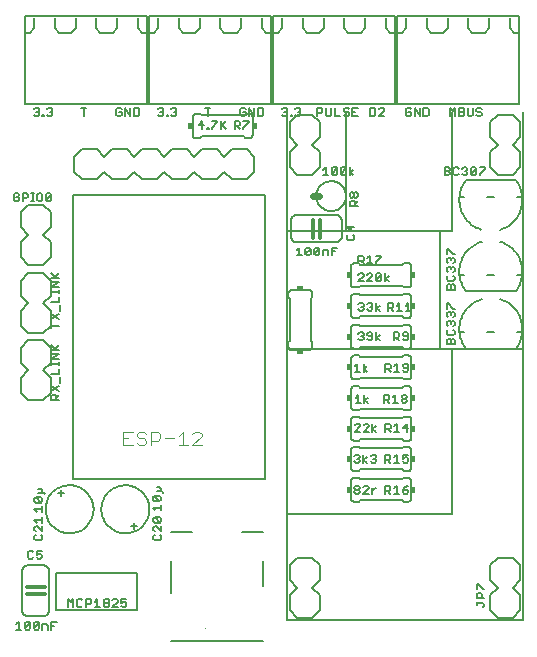
<source format=gto>
G75*
%MOIN*%
%OFA0B0*%
%FSLAX24Y24*%
%IPPOS*%
%LPD*%
%AMOC8*
5,1,8,0,0,1.08239X$1,22.5*
%
%ADD10C,0.0080*%
%ADD11C,0.0060*%
%ADD12C,0.0040*%
%ADD13C,0.0050*%
%ADD14R,0.0150X0.0200*%
%ADD15R,0.0200X0.0150*%
%ADD16C,0.0240*%
%ADD17C,0.0120*%
%ADD18C,0.0080*%
D10*
X001010Y008513D02*
X000760Y008763D01*
X000760Y009263D01*
X001010Y009513D01*
X000760Y009763D01*
X000760Y010263D01*
X001010Y010513D01*
X001510Y010513D01*
X001760Y010263D01*
X001760Y009763D01*
X001510Y009513D01*
X001760Y009263D01*
X001760Y008763D01*
X001510Y008513D01*
X001010Y008513D01*
X001010Y010753D02*
X001510Y010753D01*
X001760Y011003D01*
X001760Y011503D01*
X001510Y011753D01*
X001760Y012003D01*
X001760Y012503D01*
X001510Y012753D01*
X001010Y012753D01*
X000760Y012503D01*
X000760Y012003D01*
X001010Y011753D01*
X000760Y011503D01*
X000760Y011003D01*
X001010Y010753D01*
X001010Y013033D02*
X001510Y013033D01*
X001760Y013283D01*
X001760Y013783D01*
X001510Y014033D01*
X001760Y014283D01*
X001760Y014783D01*
X001510Y015033D01*
X001010Y015033D01*
X000760Y014783D01*
X000760Y014283D01*
X001010Y014033D01*
X000760Y013783D01*
X000760Y013283D01*
X001010Y013033D01*
X000908Y018402D02*
X000908Y021316D01*
X004963Y021316D01*
X004963Y018402D01*
X000908Y018402D01*
X000938Y020774D02*
X001076Y020774D01*
X001213Y020912D01*
X001213Y021257D01*
X001902Y021257D02*
X001902Y020912D01*
X002040Y020774D01*
X002454Y020774D01*
X002591Y020912D01*
X002591Y021257D01*
X003280Y021257D02*
X003280Y020912D01*
X003418Y020774D01*
X003832Y020774D01*
X003969Y020912D01*
X003969Y021257D01*
X004658Y021257D02*
X004658Y020912D01*
X004796Y020774D01*
X004934Y020774D01*
X005072Y020774D02*
X005210Y020774D01*
X005347Y020912D01*
X005347Y021257D01*
X005042Y021316D02*
X009097Y021316D01*
X009097Y018402D01*
X005042Y018402D01*
X005042Y021316D01*
X006036Y021257D02*
X006036Y020912D01*
X006174Y020774D01*
X006587Y020774D01*
X006725Y020912D01*
X006725Y021257D01*
X007414Y021257D02*
X007414Y020912D01*
X007552Y020774D01*
X007965Y020774D01*
X008103Y020912D01*
X008103Y021257D01*
X008792Y021257D02*
X008792Y020912D01*
X008930Y020774D01*
X009068Y020774D01*
X009206Y020774D02*
X009343Y020774D01*
X009481Y020912D01*
X009481Y021257D01*
X009176Y021316D02*
X013231Y021316D01*
X013231Y018402D01*
X009176Y018402D01*
X009176Y021316D01*
X010170Y021257D02*
X010170Y020912D01*
X010308Y020774D01*
X010721Y020774D01*
X010859Y020912D01*
X010859Y021257D01*
X011548Y021257D02*
X011548Y020912D01*
X011686Y020774D01*
X012099Y020774D01*
X012237Y020912D01*
X012237Y021257D01*
X012926Y021257D02*
X012926Y020912D01*
X013064Y020774D01*
X013202Y020774D01*
X013339Y020774D02*
X013477Y020774D01*
X013615Y020912D01*
X013615Y021257D01*
X013310Y021316D02*
X017365Y021316D01*
X017365Y018402D01*
X013310Y018402D01*
X013310Y021316D01*
X014304Y021257D02*
X014304Y020912D01*
X014442Y020774D01*
X014855Y020774D01*
X014993Y020912D01*
X014993Y021257D01*
X015682Y021257D02*
X015682Y020912D01*
X015820Y020774D01*
X016233Y020774D01*
X016371Y020912D01*
X016371Y021257D01*
X017060Y021257D02*
X017060Y020912D01*
X017198Y020774D01*
X017336Y020774D01*
X017508Y018111D02*
X017508Y010237D01*
X015146Y010237D01*
X015146Y004725D01*
X009634Y004725D01*
X009634Y010237D01*
X014752Y010237D01*
X014752Y014174D01*
X011602Y014174D01*
X009634Y014174D01*
X009634Y018111D01*
X009724Y017786D02*
X009974Y018036D01*
X010474Y018036D01*
X010724Y017786D01*
X010724Y017286D01*
X010474Y017036D01*
X010724Y016786D01*
X010724Y016286D01*
X010474Y016036D01*
X009974Y016036D01*
X009724Y016286D01*
X009724Y016786D01*
X009974Y017036D01*
X009724Y017286D01*
X009724Y017786D01*
X011602Y018111D02*
X011602Y014174D01*
X009634Y014174D02*
X009634Y010237D01*
X009634Y004725D02*
X009634Y001182D01*
X017508Y001182D01*
X017508Y010237D01*
X015146Y010237D02*
X014752Y010237D01*
X014752Y014174D02*
X015146Y014174D01*
X015146Y018111D01*
X016417Y017786D02*
X016417Y017286D01*
X016667Y017036D01*
X016417Y016786D01*
X016417Y016286D01*
X016667Y016036D01*
X017167Y016036D01*
X017417Y016286D01*
X017417Y016786D01*
X017167Y017036D01*
X017417Y017286D01*
X017417Y017786D01*
X017167Y018036D01*
X016667Y018036D01*
X016417Y017786D01*
X016667Y003272D02*
X017167Y003272D01*
X017417Y003022D01*
X017417Y002522D01*
X017167Y002272D01*
X017417Y002022D01*
X017417Y001522D01*
X017167Y001272D01*
X016667Y001272D01*
X016417Y001522D01*
X016417Y002022D01*
X016667Y002272D01*
X016417Y002522D01*
X016417Y003022D01*
X016667Y003272D01*
X010724Y003022D02*
X010724Y002522D01*
X010474Y002272D01*
X010724Y002022D01*
X010724Y001522D01*
X010474Y001272D01*
X009974Y001272D01*
X009724Y001522D01*
X009724Y002022D01*
X009974Y002272D01*
X009724Y002522D01*
X009724Y003022D01*
X009974Y003272D01*
X010474Y003272D01*
X010724Y003022D01*
D11*
X000777Y000873D02*
X000604Y000873D01*
X000690Y000873D02*
X000690Y001134D01*
X000604Y001047D01*
X000898Y001090D02*
X000942Y001134D01*
X001028Y001134D01*
X001072Y001090D01*
X000898Y000917D01*
X000942Y000873D01*
X001028Y000873D01*
X001072Y000917D01*
X001072Y001090D01*
X001193Y001090D02*
X001193Y000917D01*
X001366Y001090D01*
X001366Y000917D01*
X001323Y000873D01*
X001236Y000873D01*
X001193Y000917D01*
X001193Y001090D02*
X001236Y001134D01*
X001323Y001134D01*
X001366Y001090D01*
X001488Y001047D02*
X001618Y001047D01*
X001661Y001003D01*
X001661Y000873D01*
X001782Y000873D02*
X001782Y001134D01*
X001956Y001134D01*
X001869Y001003D02*
X001782Y001003D01*
X001488Y001047D02*
X001488Y000873D01*
X001510Y001323D02*
X001010Y001323D01*
X000984Y001325D01*
X000958Y001330D01*
X000933Y001338D01*
X000910Y001350D01*
X000888Y001364D01*
X000869Y001382D01*
X000851Y001401D01*
X000837Y001423D01*
X000825Y001446D01*
X000817Y001471D01*
X000812Y001497D01*
X000810Y001523D01*
X000810Y002823D01*
X000812Y002849D01*
X000817Y002875D01*
X000825Y002900D01*
X000837Y002923D01*
X000851Y002945D01*
X000869Y002964D01*
X000888Y002982D01*
X000910Y002996D01*
X000933Y003008D01*
X000958Y003016D01*
X000984Y003021D01*
X001010Y003023D01*
X001510Y003023D01*
X001536Y003021D01*
X001562Y003016D01*
X001587Y003008D01*
X001610Y002996D01*
X001632Y002982D01*
X001651Y002964D01*
X001669Y002945D01*
X001683Y002923D01*
X001695Y002900D01*
X001703Y002875D01*
X001708Y002849D01*
X001710Y002823D01*
X001710Y001523D01*
X001708Y001497D01*
X001703Y001471D01*
X001695Y001446D01*
X001683Y001423D01*
X001669Y001401D01*
X001651Y001382D01*
X001632Y001364D01*
X001610Y001350D01*
X001587Y001338D01*
X001562Y001330D01*
X001536Y001325D01*
X001510Y001323D01*
X000898Y001090D02*
X000898Y000917D01*
X002347Y001629D02*
X002347Y001890D01*
X002434Y001803D01*
X002521Y001890D01*
X002521Y001629D01*
X002642Y001673D02*
X002642Y001846D01*
X002685Y001890D01*
X002772Y001890D01*
X002816Y001846D01*
X002937Y001890D02*
X002937Y001629D01*
X002937Y001716D02*
X003067Y001716D01*
X003110Y001760D01*
X003110Y001846D01*
X003067Y001890D01*
X002937Y001890D01*
X002816Y001673D02*
X002772Y001629D01*
X002685Y001629D01*
X002642Y001673D01*
X003231Y001629D02*
X003405Y001629D01*
X003318Y001629D02*
X003318Y001890D01*
X003231Y001803D01*
X003526Y001803D02*
X003526Y001846D01*
X003569Y001890D01*
X003656Y001890D01*
X003700Y001846D01*
X003700Y001803D01*
X003656Y001760D01*
X003569Y001760D01*
X003526Y001803D01*
X003569Y001760D02*
X003526Y001716D01*
X003526Y001673D01*
X003569Y001629D01*
X003656Y001629D01*
X003700Y001673D01*
X003700Y001716D01*
X003656Y001760D01*
X003821Y001846D02*
X003864Y001890D01*
X003951Y001890D01*
X003994Y001846D01*
X003994Y001803D01*
X003821Y001629D01*
X003994Y001629D01*
X004115Y001673D02*
X004159Y001629D01*
X004245Y001629D01*
X004289Y001673D01*
X004289Y001760D01*
X004245Y001803D01*
X004202Y001803D01*
X004115Y001760D01*
X004115Y001890D01*
X004289Y001890D01*
X005226Y003850D02*
X005399Y003850D01*
X005443Y003894D01*
X005443Y003980D01*
X005399Y004024D01*
X005443Y004145D02*
X005269Y004318D01*
X005226Y004318D01*
X005182Y004275D01*
X005182Y004188D01*
X005226Y004145D01*
X005226Y004024D02*
X005182Y003980D01*
X005182Y003894D01*
X005226Y003850D01*
X005443Y004145D02*
X005443Y004318D01*
X005399Y004440D02*
X005226Y004613D01*
X005399Y004613D01*
X005443Y004570D01*
X005443Y004483D01*
X005399Y004440D01*
X005226Y004440D01*
X005182Y004483D01*
X005182Y004570D01*
X005226Y004613D01*
X005249Y004854D02*
X005162Y004941D01*
X005423Y004941D01*
X005423Y004854D02*
X005423Y005028D01*
X005379Y005149D02*
X005206Y005322D01*
X005379Y005322D01*
X005423Y005279D01*
X005423Y005192D01*
X005379Y005149D01*
X005206Y005149D01*
X005162Y005192D01*
X005162Y005279D01*
X005206Y005322D01*
X005292Y005487D02*
X005379Y005487D01*
X005466Y005487D01*
X005509Y005444D01*
X005423Y005530D02*
X005423Y005574D01*
X005379Y005617D01*
X005292Y005617D01*
X005379Y005487D02*
X005423Y005530D01*
X004553Y004434D02*
X004553Y004234D01*
X004653Y004334D02*
X004453Y004334D01*
X003453Y004884D02*
X003455Y004940D01*
X003461Y004997D01*
X003471Y005052D01*
X003485Y005107D01*
X003502Y005161D01*
X003524Y005213D01*
X003549Y005263D01*
X003577Y005312D01*
X003609Y005359D01*
X003644Y005403D01*
X003682Y005445D01*
X003723Y005484D01*
X003767Y005519D01*
X003813Y005552D01*
X003861Y005581D01*
X003911Y005607D01*
X003963Y005630D01*
X004017Y005648D01*
X004071Y005663D01*
X004126Y005674D01*
X004182Y005681D01*
X004239Y005684D01*
X004295Y005683D01*
X004352Y005678D01*
X004407Y005669D01*
X004462Y005656D01*
X004516Y005639D01*
X004569Y005619D01*
X004620Y005595D01*
X004669Y005567D01*
X004716Y005536D01*
X004761Y005502D01*
X004804Y005464D01*
X004843Y005424D01*
X004880Y005381D01*
X004913Y005336D01*
X004943Y005288D01*
X004970Y005238D01*
X004993Y005187D01*
X005013Y005134D01*
X005029Y005080D01*
X005041Y005024D01*
X005049Y004969D01*
X005053Y004912D01*
X005053Y004856D01*
X005049Y004799D01*
X005041Y004744D01*
X005029Y004688D01*
X005013Y004634D01*
X004993Y004581D01*
X004970Y004530D01*
X004943Y004480D01*
X004913Y004432D01*
X004880Y004387D01*
X004843Y004344D01*
X004804Y004304D01*
X004761Y004266D01*
X004716Y004232D01*
X004669Y004201D01*
X004620Y004173D01*
X004569Y004149D01*
X004516Y004129D01*
X004462Y004112D01*
X004407Y004099D01*
X004352Y004090D01*
X004295Y004085D01*
X004239Y004084D01*
X004182Y004087D01*
X004126Y004094D01*
X004071Y004105D01*
X004017Y004120D01*
X003963Y004138D01*
X003911Y004161D01*
X003861Y004187D01*
X003813Y004216D01*
X003767Y004249D01*
X003723Y004284D01*
X003682Y004323D01*
X003644Y004365D01*
X003609Y004409D01*
X003577Y004456D01*
X003549Y004505D01*
X003524Y004555D01*
X003502Y004607D01*
X003485Y004661D01*
X003471Y004716D01*
X003461Y004771D01*
X003455Y004828D01*
X003453Y004884D01*
X001593Y004884D02*
X001595Y004940D01*
X001601Y004997D01*
X001611Y005052D01*
X001625Y005107D01*
X001642Y005161D01*
X001664Y005213D01*
X001689Y005263D01*
X001717Y005312D01*
X001749Y005359D01*
X001784Y005403D01*
X001822Y005445D01*
X001863Y005484D01*
X001907Y005519D01*
X001953Y005552D01*
X002001Y005581D01*
X002051Y005607D01*
X002103Y005630D01*
X002157Y005648D01*
X002211Y005663D01*
X002266Y005674D01*
X002322Y005681D01*
X002379Y005684D01*
X002435Y005683D01*
X002492Y005678D01*
X002547Y005669D01*
X002602Y005656D01*
X002656Y005639D01*
X002709Y005619D01*
X002760Y005595D01*
X002809Y005567D01*
X002856Y005536D01*
X002901Y005502D01*
X002944Y005464D01*
X002983Y005424D01*
X003020Y005381D01*
X003053Y005336D01*
X003083Y005288D01*
X003110Y005238D01*
X003133Y005187D01*
X003153Y005134D01*
X003169Y005080D01*
X003181Y005024D01*
X003189Y004969D01*
X003193Y004912D01*
X003193Y004856D01*
X003189Y004799D01*
X003181Y004744D01*
X003169Y004688D01*
X003153Y004634D01*
X003133Y004581D01*
X003110Y004530D01*
X003083Y004480D01*
X003053Y004432D01*
X003020Y004387D01*
X002983Y004344D01*
X002944Y004304D01*
X002901Y004266D01*
X002856Y004232D01*
X002809Y004201D01*
X002760Y004173D01*
X002709Y004149D01*
X002656Y004129D01*
X002602Y004112D01*
X002547Y004099D01*
X002492Y004090D01*
X002435Y004085D01*
X002379Y004084D01*
X002322Y004087D01*
X002266Y004094D01*
X002211Y004105D01*
X002157Y004120D01*
X002103Y004138D01*
X002051Y004161D01*
X002001Y004187D01*
X001953Y004216D01*
X001907Y004249D01*
X001863Y004284D01*
X001822Y004323D01*
X001784Y004365D01*
X001749Y004409D01*
X001717Y004456D01*
X001689Y004505D01*
X001664Y004555D01*
X001642Y004607D01*
X001625Y004661D01*
X001611Y004716D01*
X001601Y004771D01*
X001595Y004828D01*
X001593Y004884D01*
X001483Y004897D02*
X001222Y004897D01*
X001309Y004810D01*
X001483Y004810D02*
X001483Y004984D01*
X001439Y005105D02*
X001266Y005278D01*
X001439Y005278D01*
X001483Y005235D01*
X001483Y005148D01*
X001439Y005105D01*
X001266Y005105D01*
X001222Y005148D01*
X001222Y005235D01*
X001266Y005278D01*
X001352Y005443D02*
X001439Y005443D01*
X001526Y005443D01*
X001569Y005400D01*
X001483Y005486D02*
X001439Y005443D01*
X001483Y005486D02*
X001483Y005530D01*
X001439Y005573D01*
X001352Y005573D01*
X001993Y005434D02*
X002193Y005434D01*
X002093Y005334D02*
X002093Y005534D01*
X001483Y004613D02*
X001483Y004440D01*
X001483Y004526D02*
X001222Y004526D01*
X001309Y004440D01*
X001309Y004318D02*
X001266Y004318D01*
X001222Y004275D01*
X001222Y004188D01*
X001266Y004145D01*
X001266Y004024D02*
X001222Y003980D01*
X001222Y003894D01*
X001266Y003850D01*
X001439Y003850D01*
X001483Y003894D01*
X001483Y003980D01*
X001439Y004024D01*
X001483Y004145D02*
X001309Y004318D01*
X001483Y004318D02*
X001483Y004145D01*
X001466Y003496D02*
X001292Y003496D01*
X001292Y003366D01*
X001379Y003409D01*
X001422Y003409D01*
X001466Y003366D01*
X001466Y003279D01*
X001422Y003236D01*
X001335Y003236D01*
X001292Y003279D01*
X001171Y003279D02*
X001128Y003236D01*
X001041Y003236D01*
X000997Y003279D01*
X000997Y003452D01*
X001041Y003496D01*
X001128Y003496D01*
X001171Y003452D01*
X001770Y008518D02*
X001770Y008649D01*
X001813Y008692D01*
X001900Y008692D01*
X001943Y008649D01*
X001943Y008518D01*
X002030Y008518D02*
X001770Y008518D01*
X001943Y008605D02*
X002030Y008692D01*
X002030Y008813D02*
X001770Y008987D01*
X001770Y008813D02*
X002030Y008987D01*
X002073Y009108D02*
X002073Y009281D01*
X002030Y009402D02*
X002030Y009576D01*
X002030Y009697D02*
X002030Y009784D01*
X002030Y009740D02*
X001770Y009740D01*
X001770Y009697D02*
X001770Y009784D01*
X001770Y009893D02*
X002030Y010067D01*
X001770Y010067D01*
X001770Y010188D02*
X002030Y010188D01*
X001943Y010188D02*
X001770Y010362D01*
X001900Y010231D02*
X002030Y010362D01*
X002030Y009893D02*
X001770Y009893D01*
X001770Y009402D02*
X002030Y009402D01*
X001770Y010918D02*
X001770Y011092D01*
X001770Y011005D02*
X002030Y011005D01*
X002030Y011213D02*
X001770Y011387D01*
X001770Y011213D02*
X002030Y011387D01*
X002073Y011508D02*
X002073Y011681D01*
X002030Y011802D02*
X002030Y011976D01*
X002030Y012097D02*
X002030Y012184D01*
X002030Y012140D02*
X001770Y012140D01*
X001770Y012097D02*
X001770Y012184D01*
X001770Y012293D02*
X002030Y012467D01*
X001770Y012467D01*
X001770Y012588D02*
X002030Y012588D01*
X001943Y012588D02*
X001770Y012762D01*
X001900Y012631D02*
X002030Y012762D01*
X002030Y012293D02*
X001770Y012293D01*
X001770Y011802D02*
X002030Y011802D01*
X001740Y015160D02*
X001653Y015160D01*
X001610Y015203D01*
X001783Y015376D01*
X001783Y015203D01*
X001740Y015160D01*
X001610Y015203D02*
X001610Y015376D01*
X001653Y015420D01*
X001740Y015420D01*
X001783Y015376D01*
X001489Y015376D02*
X001445Y015420D01*
X001358Y015420D01*
X001315Y015376D01*
X001315Y015203D01*
X001358Y015160D01*
X001445Y015160D01*
X001489Y015203D01*
X001489Y015376D01*
X001205Y015420D02*
X001119Y015420D01*
X001162Y015420D02*
X001162Y015160D01*
X001119Y015160D02*
X001205Y015160D01*
X000997Y015290D02*
X000954Y015246D01*
X000824Y015246D01*
X000824Y015160D02*
X000824Y015420D01*
X000954Y015420D01*
X000997Y015376D01*
X000997Y015290D01*
X000703Y015290D02*
X000616Y015290D01*
X000703Y015290D02*
X000703Y015203D01*
X000659Y015160D01*
X000573Y015160D01*
X000529Y015203D01*
X000529Y015376D01*
X000573Y015420D01*
X000659Y015420D01*
X000703Y015376D01*
X002540Y016143D02*
X002540Y016643D01*
X002790Y016893D01*
X003290Y016893D01*
X003540Y016643D01*
X003790Y016893D01*
X004290Y016893D01*
X004540Y016643D01*
X004790Y016893D01*
X005290Y016893D01*
X005540Y016643D01*
X005790Y016893D01*
X006290Y016893D01*
X006540Y016643D01*
X006790Y016893D01*
X007290Y016893D01*
X007540Y016643D01*
X007790Y016893D01*
X008290Y016893D01*
X008540Y016643D01*
X008540Y016143D01*
X008290Y015893D01*
X007790Y015893D01*
X007540Y016143D01*
X007290Y015893D01*
X006790Y015893D01*
X006540Y016143D01*
X006290Y015893D01*
X005790Y015893D01*
X005540Y016143D01*
X005290Y015893D01*
X004790Y015893D01*
X004540Y016143D01*
X004290Y015893D01*
X003790Y015893D01*
X003540Y016143D01*
X003290Y015893D01*
X002790Y015893D01*
X002540Y016143D01*
X002856Y017999D02*
X002856Y018260D01*
X002769Y018260D02*
X002943Y018260D01*
X003950Y018216D02*
X003950Y018043D01*
X003994Y017999D01*
X004080Y017999D01*
X004124Y018043D01*
X004124Y018129D01*
X004037Y018129D01*
X004124Y018216D02*
X004080Y018260D01*
X003994Y018260D01*
X003950Y018216D01*
X004245Y018260D02*
X004245Y017999D01*
X004418Y017999D02*
X004418Y018260D01*
X004539Y018260D02*
X004670Y018260D01*
X004713Y018216D01*
X004713Y018043D01*
X004670Y017999D01*
X004539Y017999D01*
X004539Y018260D01*
X004418Y017999D02*
X004245Y018260D01*
X005328Y018216D02*
X005371Y018260D01*
X005458Y018260D01*
X005502Y018216D01*
X005502Y018173D01*
X005458Y018129D01*
X005502Y018086D01*
X005502Y018043D01*
X005458Y017999D01*
X005371Y017999D01*
X005328Y018043D01*
X005415Y018129D02*
X005458Y018129D01*
X005623Y018043D02*
X005623Y017999D01*
X005666Y017999D01*
X005666Y018043D01*
X005623Y018043D01*
X005770Y018043D02*
X005813Y017999D01*
X005900Y017999D01*
X005944Y018043D01*
X005944Y018086D01*
X005900Y018129D01*
X005857Y018129D01*
X005900Y018129D02*
X005944Y018173D01*
X005944Y018216D01*
X005900Y018260D01*
X005813Y018260D01*
X005770Y018216D01*
X006493Y017964D02*
X006493Y017364D01*
X006495Y017347D01*
X006499Y017330D01*
X006506Y017314D01*
X006516Y017300D01*
X006529Y017287D01*
X006543Y017277D01*
X006559Y017270D01*
X006576Y017266D01*
X006593Y017264D01*
X006743Y017264D01*
X006793Y017314D01*
X008193Y017314D01*
X008243Y017264D01*
X008393Y017264D01*
X008410Y017266D01*
X008427Y017270D01*
X008443Y017277D01*
X008457Y017287D01*
X008470Y017300D01*
X008480Y017314D01*
X008487Y017330D01*
X008491Y017347D01*
X008493Y017364D01*
X008493Y017964D01*
X008552Y017999D02*
X008552Y018260D01*
X008673Y018260D02*
X008803Y018260D01*
X008847Y018216D01*
X008847Y018043D01*
X008803Y017999D01*
X008673Y017999D01*
X008673Y018260D01*
X008552Y017999D02*
X008379Y018260D01*
X008379Y017999D01*
X008393Y018064D02*
X008410Y018062D01*
X008427Y018058D01*
X008443Y018051D01*
X008457Y018041D01*
X008470Y018028D01*
X008480Y018014D01*
X008487Y017998D01*
X008491Y017981D01*
X008493Y017964D01*
X008393Y018064D02*
X008243Y018064D01*
X008193Y018014D01*
X006793Y018014D01*
X006743Y018064D01*
X006593Y018064D01*
X006576Y018062D01*
X006559Y018058D01*
X006543Y018051D01*
X006529Y018041D01*
X006516Y018028D01*
X006506Y018014D01*
X006499Y017998D01*
X006495Y017981D01*
X006493Y017964D01*
X006690Y017693D02*
X006863Y017693D01*
X006820Y017823D02*
X006690Y017693D01*
X006820Y017563D02*
X006820Y017823D01*
X006990Y017999D02*
X006990Y018260D01*
X007076Y018260D02*
X006903Y018260D01*
X007132Y017823D02*
X007305Y017823D01*
X007305Y017780D01*
X007132Y017606D01*
X007132Y017563D01*
X007028Y017563D02*
X007028Y017606D01*
X006985Y017606D01*
X006985Y017563D01*
X007028Y017563D01*
X007427Y017563D02*
X007427Y017823D01*
X007470Y017693D02*
X007600Y017563D01*
X007427Y017649D02*
X007600Y017823D01*
X007890Y017823D02*
X008020Y017823D01*
X008063Y017780D01*
X008063Y017693D01*
X008020Y017649D01*
X007890Y017649D01*
X007890Y017563D02*
X007890Y017823D01*
X007977Y017649D02*
X008063Y017563D01*
X008185Y017563D02*
X008185Y017606D01*
X008358Y017780D01*
X008358Y017823D01*
X008185Y017823D01*
X008214Y017999D02*
X008257Y018043D01*
X008257Y018129D01*
X008171Y018129D01*
X008084Y018043D02*
X008127Y017999D01*
X008214Y017999D01*
X008084Y018043D02*
X008084Y018216D01*
X008127Y018260D01*
X008214Y018260D01*
X008257Y018216D01*
X009462Y018216D02*
X009505Y018260D01*
X009592Y018260D01*
X009635Y018216D01*
X009635Y018173D01*
X009592Y018129D01*
X009635Y018086D01*
X009635Y018043D01*
X009592Y017999D01*
X009505Y017999D01*
X009462Y018043D01*
X009549Y018129D02*
X009592Y018129D01*
X009757Y018043D02*
X009800Y018043D01*
X009800Y017999D01*
X009757Y017999D01*
X009757Y018043D01*
X009904Y018043D02*
X009947Y017999D01*
X010034Y017999D01*
X010077Y018043D01*
X010077Y018086D01*
X010034Y018129D01*
X009991Y018129D01*
X010034Y018129D02*
X010077Y018173D01*
X010077Y018216D01*
X010034Y018260D01*
X009947Y018260D01*
X009904Y018216D01*
X010643Y018260D02*
X010643Y017999D01*
X010643Y018086D02*
X010773Y018086D01*
X010817Y018129D01*
X010817Y018216D01*
X010773Y018260D01*
X010643Y018260D01*
X010938Y018260D02*
X010938Y018043D01*
X010981Y017999D01*
X011068Y017999D01*
X011111Y018043D01*
X011111Y018260D01*
X011232Y018260D02*
X011232Y017999D01*
X011406Y017999D01*
X011527Y018043D02*
X011570Y017999D01*
X011657Y017999D01*
X011701Y018043D01*
X011701Y018086D01*
X011657Y018129D01*
X011570Y018129D01*
X011527Y018173D01*
X011527Y018216D01*
X011570Y018260D01*
X011657Y018260D01*
X011701Y018216D01*
X011822Y018260D02*
X011822Y017999D01*
X011995Y017999D01*
X011908Y018129D02*
X011822Y018129D01*
X011822Y018260D02*
X011995Y018260D01*
X012415Y018260D02*
X012415Y017999D01*
X012545Y017999D01*
X012588Y018043D01*
X012588Y018216D01*
X012545Y018260D01*
X012415Y018260D01*
X012709Y018216D02*
X012753Y018260D01*
X012839Y018260D01*
X012883Y018216D01*
X012883Y018173D01*
X012709Y017999D01*
X012883Y017999D01*
X013596Y018043D02*
X013639Y017999D01*
X013726Y017999D01*
X013769Y018043D01*
X013769Y018129D01*
X013683Y018129D01*
X013769Y018216D02*
X013726Y018260D01*
X013639Y018260D01*
X013596Y018216D01*
X013596Y018043D01*
X013890Y017999D02*
X013890Y018260D01*
X014064Y017999D01*
X014064Y018260D01*
X014185Y018260D02*
X014315Y018260D01*
X014359Y018216D01*
X014359Y018043D01*
X014315Y017999D01*
X014185Y017999D01*
X014185Y018260D01*
X015069Y018260D02*
X015069Y017999D01*
X015243Y017999D02*
X015243Y018260D01*
X015156Y018173D01*
X015069Y018260D01*
X015364Y018260D02*
X015494Y018260D01*
X015537Y018216D01*
X015537Y018173D01*
X015494Y018129D01*
X015364Y018129D01*
X015364Y017999D02*
X015494Y017999D01*
X015537Y018043D01*
X015537Y018086D01*
X015494Y018129D01*
X015364Y017999D02*
X015364Y018260D01*
X015658Y018260D02*
X015658Y018043D01*
X015702Y017999D01*
X015789Y017999D01*
X015832Y018043D01*
X015832Y018260D01*
X015953Y018216D02*
X015953Y018173D01*
X015996Y018129D01*
X016083Y018129D01*
X016127Y018086D01*
X016127Y018043D01*
X016083Y017999D01*
X015996Y017999D01*
X015953Y018043D01*
X015953Y018216D02*
X015996Y018260D01*
X016083Y018260D01*
X016127Y018216D01*
X016069Y016280D02*
X016243Y016280D01*
X016243Y016236D01*
X016069Y016063D01*
X016069Y016019D01*
X015948Y016063D02*
X015905Y016019D01*
X015818Y016019D01*
X015775Y016063D01*
X015948Y016236D01*
X015948Y016063D01*
X015948Y016236D02*
X015905Y016280D01*
X015818Y016280D01*
X015775Y016236D01*
X015775Y016063D01*
X015653Y016063D02*
X015610Y016019D01*
X015523Y016019D01*
X015480Y016063D01*
X015359Y016063D02*
X015315Y016019D01*
X015229Y016019D01*
X015185Y016063D01*
X015185Y016236D01*
X015229Y016280D01*
X015315Y016280D01*
X015359Y016236D01*
X015480Y016236D02*
X015523Y016280D01*
X015610Y016280D01*
X015653Y016236D01*
X015653Y016193D01*
X015610Y016150D01*
X015653Y016106D01*
X015653Y016063D01*
X015610Y016150D02*
X015567Y016150D01*
X015608Y015854D02*
X017257Y015854D01*
X017320Y015304D02*
X017478Y015304D01*
X016545Y015304D02*
X016320Y015304D01*
X015607Y015854D02*
X015570Y015803D01*
X015535Y015750D01*
X015503Y015694D01*
X015475Y015637D01*
X015451Y015578D01*
X015430Y015518D01*
X015413Y015457D01*
X015399Y015395D01*
X015390Y015332D01*
X015384Y015269D01*
X015382Y015205D01*
X015384Y015141D01*
X015390Y015078D01*
X015399Y015015D01*
X015412Y014953D01*
X015430Y014892D01*
X015450Y014832D01*
X015475Y014773D01*
X015502Y014716D01*
X015534Y014660D01*
X015568Y014607D01*
X015606Y014556D01*
X015647Y014507D01*
X015691Y014461D01*
X015737Y014417D01*
X015786Y014376D01*
X015837Y014339D01*
X015891Y014304D01*
X015946Y014273D01*
X016003Y014245D01*
X016062Y014221D01*
X016122Y014201D01*
X016743Y014201D02*
X016803Y014221D01*
X016862Y014245D01*
X016919Y014273D01*
X016974Y014304D01*
X017028Y014339D01*
X017079Y014376D01*
X017128Y014417D01*
X017174Y014461D01*
X017218Y014507D01*
X017259Y014556D01*
X017297Y014607D01*
X017331Y014660D01*
X017362Y014716D01*
X017390Y014773D01*
X017415Y014832D01*
X017435Y014892D01*
X017453Y014953D01*
X017466Y015015D01*
X017475Y015078D01*
X017481Y015141D01*
X017483Y015205D01*
X017481Y015269D01*
X017475Y015332D01*
X017466Y015395D01*
X017452Y015457D01*
X017435Y015518D01*
X017414Y015578D01*
X017390Y015637D01*
X017362Y015694D01*
X017330Y015750D01*
X017295Y015803D01*
X017258Y015854D01*
X015545Y015304D02*
X015387Y015304D01*
X015021Y016019D02*
X014891Y016019D01*
X014891Y016280D01*
X015021Y016280D01*
X015064Y016236D01*
X015064Y016193D01*
X015021Y016150D01*
X014891Y016150D01*
X015021Y016150D02*
X015064Y016106D01*
X015064Y016063D01*
X015021Y016019D01*
X014971Y013561D02*
X015015Y013561D01*
X015188Y013388D01*
X015232Y013388D01*
X015188Y013266D02*
X015232Y013223D01*
X015232Y013136D01*
X015188Y013093D01*
X015188Y012972D02*
X015145Y012972D01*
X015101Y012928D01*
X015101Y012885D01*
X015101Y012928D02*
X015058Y012972D01*
X015015Y012972D01*
X014971Y012928D01*
X014971Y012842D01*
X015015Y012798D01*
X015015Y012677D02*
X014971Y012634D01*
X014971Y012547D01*
X015015Y012504D01*
X015188Y012504D01*
X015232Y012547D01*
X015232Y012634D01*
X015188Y012677D01*
X015188Y012798D02*
X015232Y012842D01*
X015232Y012928D01*
X015188Y012972D01*
X015015Y013093D02*
X014971Y013136D01*
X014971Y013223D01*
X015015Y013266D01*
X015058Y013266D01*
X015101Y013223D01*
X015145Y013266D01*
X015188Y013266D01*
X015101Y013223D02*
X015101Y013180D01*
X014971Y013388D02*
X014971Y013561D01*
X015015Y012383D02*
X015058Y012383D01*
X015101Y012339D01*
X015101Y012209D01*
X014971Y012209D02*
X014971Y012339D01*
X015015Y012383D01*
X015101Y012339D02*
X015145Y012383D01*
X015188Y012383D01*
X015232Y012339D01*
X015232Y012209D01*
X014971Y012209D01*
X014971Y011750D02*
X015015Y011750D01*
X015188Y011576D01*
X015232Y011576D01*
X015188Y011455D02*
X015145Y011455D01*
X015101Y011412D01*
X015101Y011368D01*
X015101Y011412D02*
X015058Y011455D01*
X015015Y011455D01*
X014971Y011412D01*
X014971Y011325D01*
X015015Y011282D01*
X015015Y011160D02*
X014971Y011117D01*
X014971Y011030D01*
X015015Y010987D01*
X015015Y010866D02*
X014971Y010822D01*
X014971Y010736D01*
X015015Y010692D01*
X015188Y010692D01*
X015232Y010736D01*
X015232Y010822D01*
X015188Y010866D01*
X015188Y010987D02*
X015232Y011030D01*
X015232Y011117D01*
X015188Y011160D01*
X015145Y011160D01*
X015101Y011117D01*
X015101Y011074D01*
X015101Y011117D02*
X015058Y011160D01*
X015015Y011160D01*
X015188Y011282D02*
X015232Y011325D01*
X015232Y011412D01*
X015188Y011455D01*
X014971Y011576D02*
X014971Y011750D01*
X015015Y010571D02*
X014971Y010528D01*
X014971Y010398D01*
X015232Y010398D01*
X015232Y010528D01*
X015188Y010571D01*
X015145Y010571D01*
X015101Y010528D01*
X015101Y010398D01*
X015101Y010528D02*
X015058Y010571D01*
X015015Y010571D01*
X013773Y010344D02*
X013773Y010944D01*
X013771Y010961D01*
X013767Y010978D01*
X013760Y010994D01*
X013750Y011008D01*
X013737Y011021D01*
X013723Y011031D01*
X013707Y011038D01*
X013690Y011042D01*
X013673Y011044D01*
X013523Y011044D01*
X013473Y010994D01*
X012073Y010994D01*
X012023Y011044D01*
X011873Y011044D01*
X011856Y011042D01*
X011839Y011038D01*
X011823Y011031D01*
X011809Y011021D01*
X011796Y011008D01*
X011786Y010994D01*
X011779Y010978D01*
X011775Y010961D01*
X011773Y010944D01*
X011773Y010344D01*
X011775Y010327D01*
X011779Y010310D01*
X011786Y010294D01*
X011796Y010280D01*
X011809Y010267D01*
X011823Y010257D01*
X011839Y010250D01*
X011856Y010246D01*
X011873Y010244D01*
X012023Y010244D01*
X012073Y010294D01*
X013473Y010294D01*
X013523Y010244D01*
X013673Y010244D01*
X013690Y010246D01*
X013707Y010250D01*
X013723Y010257D01*
X013737Y010267D01*
X013750Y010280D01*
X013760Y010294D01*
X013767Y010310D01*
X013771Y010327D01*
X013773Y010344D01*
X013627Y010519D02*
X013670Y010562D01*
X013670Y010736D01*
X013627Y010779D01*
X013540Y010779D01*
X013497Y010736D01*
X013497Y010692D01*
X013540Y010649D01*
X013670Y010649D01*
X013627Y010519D02*
X013540Y010519D01*
X013497Y010562D01*
X013376Y010519D02*
X013289Y010606D01*
X013332Y010606D02*
X013202Y010606D01*
X013202Y010519D02*
X013202Y010779D01*
X013332Y010779D01*
X013376Y010736D01*
X013376Y010649D01*
X013332Y010606D01*
X013530Y010013D02*
X013480Y009963D01*
X012080Y009963D01*
X012030Y010013D01*
X011880Y010013D01*
X011863Y010011D01*
X011846Y010007D01*
X011830Y010000D01*
X011816Y009990D01*
X011803Y009977D01*
X011793Y009963D01*
X011786Y009947D01*
X011782Y009930D01*
X011780Y009913D01*
X011780Y009313D01*
X011782Y009296D01*
X011786Y009279D01*
X011793Y009263D01*
X011803Y009249D01*
X011816Y009236D01*
X011830Y009226D01*
X011846Y009219D01*
X011863Y009215D01*
X011880Y009213D01*
X012030Y009213D01*
X012080Y009263D01*
X013480Y009263D01*
X013530Y009213D01*
X013680Y009213D01*
X013697Y009215D01*
X013714Y009219D01*
X013730Y009226D01*
X013744Y009236D01*
X013757Y009249D01*
X013767Y009263D01*
X013774Y009279D01*
X013778Y009296D01*
X013780Y009313D01*
X013780Y009913D01*
X013778Y009930D01*
X013774Y009947D01*
X013767Y009963D01*
X013757Y009977D01*
X013744Y009990D01*
X013730Y010000D01*
X013714Y010007D01*
X013697Y010011D01*
X013680Y010013D01*
X013530Y010013D01*
X013549Y009733D02*
X013506Y009689D01*
X013506Y009646D01*
X013549Y009603D01*
X013679Y009603D01*
X013679Y009689D02*
X013636Y009733D01*
X013549Y009733D01*
X013679Y009689D02*
X013679Y009516D01*
X013636Y009473D01*
X013549Y009473D01*
X013506Y009516D01*
X013384Y009473D02*
X013211Y009473D01*
X013298Y009473D02*
X013298Y009733D01*
X013211Y009646D01*
X013090Y009603D02*
X013046Y009559D01*
X012916Y009559D01*
X012916Y009473D02*
X012916Y009733D01*
X013046Y009733D01*
X013090Y009689D01*
X013090Y009603D01*
X013003Y009559D02*
X013090Y009473D01*
X013530Y008993D02*
X013480Y008943D01*
X012080Y008943D01*
X012030Y008993D01*
X011880Y008993D01*
X011863Y008991D01*
X011846Y008987D01*
X011830Y008980D01*
X011816Y008970D01*
X011803Y008957D01*
X011793Y008943D01*
X011786Y008927D01*
X011782Y008910D01*
X011780Y008893D01*
X011780Y008293D01*
X011782Y008276D01*
X011786Y008259D01*
X011793Y008243D01*
X011803Y008229D01*
X011816Y008216D01*
X011830Y008206D01*
X011846Y008199D01*
X011863Y008195D01*
X011880Y008193D01*
X012030Y008193D01*
X012080Y008243D01*
X013480Y008243D01*
X013530Y008193D01*
X013680Y008193D01*
X013697Y008195D01*
X013714Y008199D01*
X013730Y008206D01*
X013744Y008216D01*
X013757Y008229D01*
X013767Y008243D01*
X013774Y008259D01*
X013778Y008276D01*
X013780Y008293D01*
X013780Y008893D01*
X013778Y008910D01*
X013774Y008927D01*
X013767Y008943D01*
X013757Y008957D01*
X013744Y008970D01*
X013730Y008980D01*
X013714Y008987D01*
X013697Y008991D01*
X013680Y008993D01*
X013530Y008993D01*
X013503Y008703D02*
X013589Y008703D01*
X013633Y008660D01*
X013633Y008616D01*
X013589Y008573D01*
X013503Y008573D01*
X013459Y008616D01*
X013459Y008660D01*
X013503Y008703D01*
X013503Y008573D02*
X013459Y008529D01*
X013459Y008486D01*
X013503Y008443D01*
X013589Y008443D01*
X013633Y008486D01*
X013633Y008529D01*
X013589Y008573D01*
X013338Y008443D02*
X013165Y008443D01*
X013251Y008443D02*
X013251Y008703D01*
X013165Y008616D01*
X013043Y008573D02*
X013000Y008529D01*
X012870Y008529D01*
X012870Y008443D02*
X012870Y008703D01*
X013000Y008703D01*
X013043Y008660D01*
X013043Y008573D01*
X012957Y008529D02*
X013043Y008443D01*
X013530Y007973D02*
X013680Y007973D01*
X013697Y007971D01*
X013714Y007967D01*
X013730Y007960D01*
X013744Y007950D01*
X013757Y007937D01*
X013767Y007923D01*
X013774Y007907D01*
X013778Y007890D01*
X013780Y007873D01*
X013780Y007273D01*
X013778Y007256D01*
X013774Y007239D01*
X013767Y007223D01*
X013757Y007209D01*
X013744Y007196D01*
X013730Y007186D01*
X013714Y007179D01*
X013697Y007175D01*
X013680Y007173D01*
X013530Y007173D01*
X013480Y007223D01*
X012080Y007223D01*
X012030Y007173D01*
X011880Y007173D01*
X011863Y007175D01*
X011846Y007179D01*
X011830Y007186D01*
X011816Y007196D01*
X011803Y007209D01*
X011793Y007223D01*
X011786Y007239D01*
X011782Y007256D01*
X011780Y007273D01*
X011780Y007873D01*
X011782Y007890D01*
X011786Y007907D01*
X011793Y007923D01*
X011803Y007937D01*
X011816Y007950D01*
X011830Y007960D01*
X011846Y007967D01*
X011863Y007971D01*
X011880Y007973D01*
X012030Y007973D01*
X012080Y007923D01*
X013480Y007923D01*
X013530Y007973D01*
X013636Y007733D02*
X013506Y007603D01*
X013679Y007603D01*
X013636Y007473D02*
X013636Y007733D01*
X013384Y007473D02*
X013211Y007473D01*
X013298Y007473D02*
X013298Y007733D01*
X013211Y007646D01*
X013090Y007603D02*
X013046Y007559D01*
X012916Y007559D01*
X012916Y007473D02*
X012916Y007733D01*
X013046Y007733D01*
X013090Y007689D01*
X013090Y007603D01*
X013003Y007559D02*
X013090Y007473D01*
X013523Y006964D02*
X013673Y006964D01*
X013690Y006962D01*
X013707Y006958D01*
X013723Y006951D01*
X013737Y006941D01*
X013750Y006928D01*
X013760Y006914D01*
X013767Y006898D01*
X013771Y006881D01*
X013773Y006864D01*
X013773Y006264D01*
X013771Y006247D01*
X013767Y006230D01*
X013760Y006214D01*
X013750Y006200D01*
X013737Y006187D01*
X013723Y006177D01*
X013707Y006170D01*
X013690Y006166D01*
X013673Y006164D01*
X013523Y006164D01*
X013473Y006214D01*
X012073Y006214D01*
X012023Y006164D01*
X011873Y006164D01*
X011856Y006166D01*
X011839Y006170D01*
X011823Y006177D01*
X011809Y006187D01*
X011796Y006200D01*
X011786Y006214D01*
X011779Y006230D01*
X011775Y006247D01*
X011773Y006264D01*
X011773Y006864D01*
X011775Y006881D01*
X011779Y006898D01*
X011786Y006914D01*
X011796Y006928D01*
X011809Y006941D01*
X011823Y006951D01*
X011839Y006958D01*
X011856Y006962D01*
X011873Y006964D01*
X012023Y006964D01*
X012073Y006914D01*
X013473Y006914D01*
X013523Y006964D01*
X013498Y006704D02*
X013498Y006574D01*
X013585Y006618D01*
X013628Y006618D01*
X013672Y006574D01*
X013672Y006487D01*
X013628Y006444D01*
X013541Y006444D01*
X013498Y006487D01*
X013377Y006444D02*
X013203Y006444D01*
X013290Y006444D02*
X013290Y006704D01*
X013203Y006618D01*
X013082Y006661D02*
X013082Y006574D01*
X013039Y006531D01*
X012909Y006531D01*
X012996Y006531D02*
X013082Y006444D01*
X012909Y006444D02*
X012909Y006704D01*
X013039Y006704D01*
X013082Y006661D01*
X013498Y006704D02*
X013672Y006704D01*
X013673Y005944D02*
X013523Y005944D01*
X013473Y005894D01*
X012073Y005894D01*
X012023Y005944D01*
X011873Y005944D01*
X011856Y005942D01*
X011839Y005938D01*
X011823Y005931D01*
X011809Y005921D01*
X011796Y005908D01*
X011786Y005894D01*
X011779Y005878D01*
X011775Y005861D01*
X011773Y005844D01*
X011773Y005244D01*
X011775Y005227D01*
X011779Y005210D01*
X011786Y005194D01*
X011796Y005180D01*
X011809Y005167D01*
X011823Y005157D01*
X011839Y005150D01*
X011856Y005146D01*
X011873Y005144D01*
X012023Y005144D01*
X012073Y005194D01*
X013473Y005194D01*
X013523Y005144D01*
X013673Y005144D01*
X013690Y005146D01*
X013707Y005150D01*
X013723Y005157D01*
X013737Y005167D01*
X013750Y005180D01*
X013760Y005194D01*
X013767Y005210D01*
X013771Y005227D01*
X013773Y005244D01*
X013773Y005844D01*
X013771Y005861D01*
X013767Y005878D01*
X013760Y005894D01*
X013750Y005908D01*
X013737Y005921D01*
X013723Y005931D01*
X013707Y005938D01*
X013690Y005942D01*
X013673Y005944D01*
X013672Y005664D02*
X013585Y005621D01*
X013498Y005534D01*
X013628Y005534D01*
X013672Y005491D01*
X013672Y005447D01*
X013628Y005404D01*
X013541Y005404D01*
X013498Y005447D01*
X013498Y005534D01*
X013377Y005404D02*
X013203Y005404D01*
X013290Y005404D02*
X013290Y005664D01*
X013203Y005578D01*
X013082Y005621D02*
X013039Y005664D01*
X012909Y005664D01*
X012909Y005404D01*
X012909Y005491D02*
X013039Y005491D01*
X013082Y005534D01*
X013082Y005621D01*
X012996Y005491D02*
X013082Y005404D01*
X012608Y005578D02*
X012565Y005578D01*
X012478Y005491D01*
X012478Y005404D02*
X012478Y005578D01*
X012357Y005578D02*
X012357Y005621D01*
X012314Y005664D01*
X012227Y005664D01*
X012183Y005621D01*
X012062Y005621D02*
X012019Y005664D01*
X011932Y005664D01*
X011889Y005621D01*
X011889Y005578D01*
X011932Y005534D01*
X012019Y005534D01*
X012062Y005491D01*
X012062Y005447D01*
X012019Y005404D01*
X011932Y005404D01*
X011889Y005447D01*
X011889Y005491D01*
X011932Y005534D01*
X012019Y005534D02*
X012062Y005578D01*
X012062Y005621D01*
X012183Y005404D02*
X012357Y005578D01*
X012357Y005404D02*
X012183Y005404D01*
X012183Y006444D02*
X012183Y006704D01*
X012062Y006661D02*
X012062Y006618D01*
X012019Y006574D01*
X012062Y006531D01*
X012062Y006487D01*
X012019Y006444D01*
X011932Y006444D01*
X011889Y006487D01*
X011976Y006574D02*
X012019Y006574D01*
X012062Y006661D02*
X012019Y006704D01*
X011932Y006704D01*
X011889Y006661D01*
X012183Y006531D02*
X012314Y006618D01*
X012429Y006661D02*
X012472Y006704D01*
X012559Y006704D01*
X012602Y006661D01*
X012602Y006618D01*
X012559Y006574D01*
X012602Y006531D01*
X012602Y006487D01*
X012559Y006444D01*
X012472Y006444D01*
X012429Y006487D01*
X012516Y006574D02*
X012559Y006574D01*
X012314Y006444D02*
X012183Y006531D01*
X012191Y007473D02*
X012364Y007646D01*
X012364Y007689D01*
X012321Y007733D01*
X012234Y007733D01*
X012191Y007689D01*
X012070Y007689D02*
X012026Y007733D01*
X011940Y007733D01*
X011896Y007689D01*
X012070Y007689D02*
X012070Y007646D01*
X011896Y007473D01*
X012070Y007473D01*
X012191Y007473D02*
X012364Y007473D01*
X012486Y007473D02*
X012486Y007733D01*
X012616Y007646D02*
X012486Y007559D01*
X012616Y007473D01*
X012348Y008426D02*
X012217Y008513D01*
X012348Y008599D01*
X012217Y008686D02*
X012217Y008426D01*
X012096Y008426D02*
X011923Y008426D01*
X012010Y008426D02*
X012010Y008686D01*
X011923Y008599D01*
X011896Y009473D02*
X012070Y009473D01*
X011983Y009473D02*
X011983Y009733D01*
X011896Y009646D01*
X012191Y009559D02*
X012321Y009646D01*
X012191Y009559D02*
X012321Y009473D01*
X012191Y009473D02*
X012191Y009733D01*
X012151Y010519D02*
X012064Y010519D01*
X012021Y010562D01*
X012108Y010649D02*
X012151Y010649D01*
X012195Y010606D01*
X012195Y010562D01*
X012151Y010519D01*
X012151Y010649D02*
X012195Y010692D01*
X012195Y010736D01*
X012151Y010779D01*
X012064Y010779D01*
X012021Y010736D01*
X012316Y010736D02*
X012316Y010692D01*
X012359Y010649D01*
X012489Y010649D01*
X012489Y010562D02*
X012489Y010736D01*
X012446Y010779D01*
X012359Y010779D01*
X012316Y010736D01*
X012316Y010562D02*
X012359Y010519D01*
X012446Y010519D01*
X012489Y010562D01*
X012610Y010519D02*
X012610Y010779D01*
X012740Y010692D02*
X012610Y010606D01*
X012740Y010519D01*
X012023Y011264D02*
X012073Y011314D01*
X013473Y011314D01*
X013523Y011264D01*
X013673Y011264D01*
X013690Y011266D01*
X013707Y011270D01*
X013723Y011277D01*
X013737Y011287D01*
X013750Y011300D01*
X013760Y011314D01*
X013767Y011330D01*
X013771Y011347D01*
X013773Y011364D01*
X013773Y011964D01*
X013771Y011981D01*
X013767Y011998D01*
X013760Y012014D01*
X013750Y012028D01*
X013737Y012041D01*
X013723Y012051D01*
X013707Y012058D01*
X013690Y012062D01*
X013673Y012064D01*
X013523Y012064D01*
X013473Y012014D01*
X012073Y012014D01*
X012023Y012064D01*
X011873Y012064D01*
X011856Y012062D01*
X011839Y012058D01*
X011823Y012051D01*
X011809Y012041D01*
X011796Y012028D01*
X011786Y012014D01*
X011779Y011998D01*
X011775Y011981D01*
X011773Y011964D01*
X011773Y011364D01*
X011775Y011347D01*
X011779Y011330D01*
X011786Y011314D01*
X011796Y011300D01*
X011809Y011287D01*
X011823Y011277D01*
X011839Y011270D01*
X011856Y011266D01*
X011873Y011264D01*
X012023Y011264D01*
X012064Y011503D02*
X012021Y011547D01*
X012064Y011503D02*
X012151Y011503D01*
X012195Y011547D01*
X012195Y011590D01*
X012151Y011633D01*
X012108Y011633D01*
X012151Y011633D02*
X012195Y011677D01*
X012195Y011720D01*
X012151Y011763D01*
X012064Y011763D01*
X012021Y011720D01*
X012316Y011720D02*
X012359Y011763D01*
X012446Y011763D01*
X012489Y011720D01*
X012489Y011677D01*
X012446Y011633D01*
X012489Y011590D01*
X012489Y011547D01*
X012446Y011503D01*
X012359Y011503D01*
X012316Y011547D01*
X012402Y011633D02*
X012446Y011633D01*
X012610Y011590D02*
X012740Y011677D01*
X012610Y011763D02*
X012610Y011503D01*
X012610Y011590D02*
X012740Y011503D01*
X013005Y011503D02*
X013005Y011763D01*
X013135Y011763D01*
X013179Y011720D01*
X013179Y011633D01*
X013135Y011590D01*
X013005Y011590D01*
X013092Y011590D02*
X013179Y011503D01*
X013300Y011503D02*
X013473Y011503D01*
X013387Y011503D02*
X013387Y011763D01*
X013300Y011677D01*
X013595Y011677D02*
X013681Y011763D01*
X013681Y011503D01*
X013595Y011503D02*
X013768Y011503D01*
X013673Y012284D02*
X013523Y012284D01*
X013473Y012334D01*
X012073Y012334D01*
X012023Y012284D01*
X011873Y012284D01*
X011856Y012286D01*
X011839Y012290D01*
X011823Y012297D01*
X011809Y012307D01*
X011796Y012320D01*
X011786Y012334D01*
X011779Y012350D01*
X011775Y012367D01*
X011773Y012384D01*
X011773Y012984D01*
X011775Y013001D01*
X011779Y013018D01*
X011786Y013034D01*
X011796Y013048D01*
X011809Y013061D01*
X011823Y013071D01*
X011839Y013078D01*
X011856Y013082D01*
X011873Y013084D01*
X012023Y013084D01*
X012073Y013034D01*
X013473Y013034D01*
X013523Y013084D01*
X013673Y013084D01*
X013690Y013082D01*
X013707Y013078D01*
X013723Y013071D01*
X013737Y013061D01*
X013750Y013048D01*
X013760Y013034D01*
X013767Y013018D01*
X013771Y013001D01*
X013773Y012984D01*
X013773Y012384D01*
X013771Y012367D01*
X013767Y012350D01*
X013760Y012334D01*
X013750Y012320D01*
X013737Y012307D01*
X013723Y012297D01*
X013707Y012290D01*
X013690Y012286D01*
X013673Y012284D01*
X013035Y012487D02*
X012905Y012574D01*
X013035Y012661D01*
X012905Y012748D02*
X012905Y012487D01*
X012784Y012531D02*
X012784Y012704D01*
X012610Y012531D01*
X012654Y012487D01*
X012740Y012487D01*
X012784Y012531D01*
X012784Y012704D02*
X012740Y012748D01*
X012654Y012748D01*
X012610Y012704D01*
X012610Y012531D01*
X012489Y012487D02*
X012316Y012487D01*
X012489Y012661D01*
X012489Y012704D01*
X012446Y012748D01*
X012359Y012748D01*
X012316Y012704D01*
X012195Y012704D02*
X012151Y012748D01*
X012064Y012748D01*
X012021Y012704D01*
X012195Y012704D02*
X012195Y012661D01*
X012021Y012487D01*
X012195Y012487D01*
X012195Y013078D02*
X012108Y013165D01*
X012151Y013165D02*
X012021Y013165D01*
X012021Y013078D02*
X012021Y013338D01*
X012151Y013338D01*
X012195Y013295D01*
X012195Y013208D01*
X012151Y013165D01*
X012316Y013252D02*
X012402Y013338D01*
X012402Y013078D01*
X012316Y013078D02*
X012489Y013078D01*
X012610Y013078D02*
X012610Y013121D01*
X012784Y013295D01*
X012784Y013338D01*
X012610Y013338D01*
X011887Y013910D02*
X011844Y013867D01*
X011670Y013867D01*
X011627Y013910D01*
X011627Y013997D01*
X011670Y014040D01*
X011757Y014161D02*
X011627Y014291D01*
X011887Y014291D01*
X011757Y014335D02*
X011757Y014161D01*
X011844Y014040D02*
X011887Y013997D01*
X011887Y013910D01*
X011463Y013994D02*
X011463Y014494D01*
X011461Y014520D01*
X011456Y014546D01*
X011448Y014571D01*
X011436Y014594D01*
X011422Y014616D01*
X011404Y014635D01*
X011385Y014653D01*
X011363Y014667D01*
X011340Y014679D01*
X011315Y014687D01*
X011289Y014692D01*
X011263Y014694D01*
X009963Y014694D01*
X009937Y014692D01*
X009911Y014687D01*
X009886Y014679D01*
X009863Y014667D01*
X009841Y014653D01*
X009822Y014635D01*
X009804Y014616D01*
X009790Y014594D01*
X009778Y014571D01*
X009770Y014546D01*
X009765Y014520D01*
X009763Y014494D01*
X009763Y013994D01*
X009765Y013968D01*
X009770Y013942D01*
X009778Y013917D01*
X009790Y013894D01*
X009804Y013872D01*
X009822Y013853D01*
X009841Y013835D01*
X009863Y013821D01*
X009886Y013809D01*
X009911Y013801D01*
X009937Y013796D01*
X009963Y013794D01*
X011263Y013794D01*
X011309Y013609D02*
X011136Y013609D01*
X011136Y013349D01*
X011015Y013349D02*
X011015Y013479D01*
X010971Y013522D01*
X010841Y013522D01*
X010841Y013349D01*
X010720Y013392D02*
X010677Y013349D01*
X010590Y013349D01*
X010547Y013392D01*
X010720Y013565D01*
X010720Y013392D01*
X010720Y013565D02*
X010677Y013609D01*
X010590Y013609D01*
X010547Y013565D01*
X010547Y013392D01*
X010425Y013392D02*
X010425Y013565D01*
X010252Y013392D01*
X010295Y013349D01*
X010382Y013349D01*
X010425Y013392D01*
X010252Y013392D02*
X010252Y013565D01*
X010295Y013609D01*
X010382Y013609D01*
X010425Y013565D01*
X010131Y013349D02*
X009957Y013349D01*
X010044Y013349D02*
X010044Y013609D01*
X009957Y013522D01*
X011136Y013479D02*
X011223Y013479D01*
X011263Y013794D02*
X011289Y013796D01*
X011315Y013801D01*
X011340Y013809D01*
X011363Y013821D01*
X011385Y013835D01*
X011404Y013853D01*
X011422Y013872D01*
X011436Y013894D01*
X011448Y013917D01*
X011456Y013942D01*
X011461Y013968D01*
X011463Y013994D01*
X011731Y014982D02*
X011731Y015112D01*
X011775Y015155D01*
X011861Y015155D01*
X011905Y015112D01*
X011905Y014982D01*
X011905Y015069D02*
X011992Y015155D01*
X011948Y015276D02*
X011905Y015276D01*
X011861Y015320D01*
X011861Y015407D01*
X011905Y015450D01*
X011948Y015450D01*
X011992Y015407D01*
X011992Y015320D01*
X011948Y015276D01*
X011861Y015320D02*
X011818Y015276D01*
X011775Y015276D01*
X011731Y015320D01*
X011731Y015407D01*
X011775Y015450D01*
X011818Y015450D01*
X011861Y015407D01*
X011992Y014982D02*
X011731Y014982D01*
X010613Y015324D02*
X010615Y015368D01*
X010621Y015412D01*
X010631Y015455D01*
X010644Y015497D01*
X010661Y015538D01*
X010682Y015577D01*
X010706Y015614D01*
X010733Y015649D01*
X010763Y015681D01*
X010796Y015711D01*
X010832Y015737D01*
X010869Y015761D01*
X010909Y015780D01*
X010950Y015797D01*
X010993Y015809D01*
X011036Y015818D01*
X011080Y015823D01*
X011124Y015824D01*
X011168Y015821D01*
X011212Y015814D01*
X011255Y015803D01*
X011297Y015789D01*
X011337Y015771D01*
X011376Y015749D01*
X011412Y015725D01*
X011446Y015697D01*
X011478Y015666D01*
X011507Y015632D01*
X011533Y015596D01*
X011555Y015558D01*
X011574Y015518D01*
X011589Y015476D01*
X011601Y015434D01*
X011609Y015390D01*
X011613Y015346D01*
X011613Y015302D01*
X011609Y015258D01*
X011601Y015214D01*
X011589Y015172D01*
X011574Y015130D01*
X011555Y015090D01*
X011533Y015052D01*
X011507Y015016D01*
X011478Y014982D01*
X011446Y014951D01*
X011412Y014923D01*
X011376Y014899D01*
X011337Y014877D01*
X011297Y014859D01*
X011255Y014845D01*
X011212Y014834D01*
X011168Y014827D01*
X011124Y014824D01*
X011080Y014825D01*
X011036Y014830D01*
X010993Y014839D01*
X010950Y014851D01*
X010909Y014868D01*
X010869Y014887D01*
X010832Y014911D01*
X010796Y014937D01*
X010763Y014967D01*
X010733Y014999D01*
X010706Y015034D01*
X010682Y015071D01*
X010661Y015110D01*
X010644Y015151D01*
X010631Y015193D01*
X010621Y015236D01*
X010615Y015280D01*
X010613Y015324D01*
X010840Y016031D02*
X011013Y016031D01*
X010927Y016031D02*
X010927Y016291D01*
X010840Y016204D01*
X011135Y016248D02*
X011178Y016291D01*
X011265Y016291D01*
X011308Y016248D01*
X011135Y016074D01*
X011178Y016031D01*
X011265Y016031D01*
X011308Y016074D01*
X011308Y016248D01*
X011429Y016248D02*
X011473Y016291D01*
X011559Y016291D01*
X011603Y016248D01*
X011429Y016074D01*
X011473Y016031D01*
X011559Y016031D01*
X011603Y016074D01*
X011603Y016248D01*
X011724Y016291D02*
X011724Y016031D01*
X011724Y016118D02*
X011854Y016204D01*
X011724Y016118D02*
X011854Y016031D01*
X011429Y016074D02*
X011429Y016248D01*
X011135Y016248D02*
X011135Y016074D01*
X010387Y012200D02*
X009787Y012200D01*
X009770Y012198D01*
X009753Y012194D01*
X009737Y012187D01*
X009723Y012177D01*
X009710Y012164D01*
X009700Y012150D01*
X009693Y012134D01*
X009689Y012117D01*
X009687Y012100D01*
X009687Y011950D01*
X009737Y011900D01*
X009737Y010500D01*
X009687Y010450D01*
X009687Y010300D01*
X009689Y010283D01*
X009693Y010266D01*
X009700Y010250D01*
X009710Y010236D01*
X009723Y010223D01*
X009737Y010213D01*
X009753Y010206D01*
X009770Y010202D01*
X009787Y010200D01*
X010387Y010200D01*
X010404Y010202D01*
X010421Y010206D01*
X010437Y010213D01*
X010451Y010223D01*
X010464Y010236D01*
X010474Y010250D01*
X010481Y010266D01*
X010485Y010283D01*
X010487Y010300D01*
X010487Y010450D01*
X010437Y010500D01*
X010437Y011900D01*
X010487Y011950D01*
X010487Y012100D01*
X010485Y012117D01*
X010481Y012134D01*
X010474Y012150D01*
X010464Y012164D01*
X010451Y012177D01*
X010437Y012187D01*
X010421Y012194D01*
X010404Y012198D01*
X010387Y012200D01*
X015957Y002385D02*
X016000Y002385D01*
X016174Y002211D01*
X016217Y002211D01*
X016087Y002090D02*
X016131Y002047D01*
X016131Y001917D01*
X016217Y001917D02*
X015957Y001917D01*
X015957Y002047D01*
X016000Y002090D01*
X016087Y002090D01*
X015957Y002211D02*
X015957Y002385D01*
X015957Y001796D02*
X015957Y001709D01*
X015957Y001752D02*
X016174Y001752D01*
X016217Y001709D01*
X016217Y001665D01*
X016174Y001622D01*
X001766Y017999D02*
X001810Y018043D01*
X001810Y018086D01*
X001766Y018129D01*
X001723Y018129D01*
X001766Y018129D02*
X001810Y018173D01*
X001810Y018216D01*
X001766Y018260D01*
X001680Y018260D01*
X001636Y018216D01*
X001636Y018043D02*
X001680Y017999D01*
X001766Y017999D01*
X001532Y017999D02*
X001532Y018043D01*
X001489Y018043D01*
X001489Y017999D01*
X001532Y017999D01*
X001368Y018043D02*
X001324Y017999D01*
X001238Y017999D01*
X001194Y018043D01*
X001281Y018129D02*
X001324Y018129D01*
X001368Y018086D01*
X001368Y018043D01*
X001324Y018129D02*
X001368Y018173D01*
X001368Y018216D01*
X001324Y018260D01*
X001238Y018260D01*
X001194Y018216D01*
D12*
X004183Y007476D02*
X004183Y007016D01*
X004490Y007016D01*
X004644Y007093D02*
X004720Y007016D01*
X004874Y007016D01*
X004951Y007093D01*
X004951Y007169D01*
X004874Y007246D01*
X004720Y007246D01*
X004644Y007323D01*
X004644Y007400D01*
X004720Y007476D01*
X004874Y007476D01*
X004951Y007400D01*
X005104Y007476D02*
X005334Y007476D01*
X005411Y007400D01*
X005411Y007246D01*
X005334Y007169D01*
X005104Y007169D01*
X005104Y007016D02*
X005104Y007476D01*
X005564Y007246D02*
X005871Y007246D01*
X006025Y007323D02*
X006178Y007476D01*
X006178Y007016D01*
X006025Y007016D02*
X006332Y007016D01*
X006485Y007016D02*
X006792Y007323D01*
X006792Y007400D01*
X006715Y007476D01*
X006562Y007476D01*
X006485Y007400D01*
X006485Y007016D02*
X006792Y007016D01*
X004490Y007476D02*
X004183Y007476D01*
X004183Y007246D02*
X004337Y007246D01*
X006891Y000939D02*
X006891Y000939D01*
D13*
X005764Y000508D02*
X008835Y000508D01*
X008835Y002319D02*
X008835Y003146D01*
X008835Y004130D02*
X008126Y004130D01*
X008894Y005882D02*
X008894Y015370D01*
X002516Y015370D01*
X002516Y005882D01*
X008894Y005882D01*
X006473Y004130D02*
X005764Y004130D01*
X005764Y003146D02*
X005764Y002083D01*
X015387Y010784D02*
X015545Y010784D01*
X015608Y010234D02*
X017257Y010234D01*
X017320Y010784D02*
X017478Y010784D01*
X016545Y010784D02*
X016320Y010784D01*
X015608Y010234D02*
X015573Y010282D01*
X015540Y010332D01*
X015509Y010384D01*
X015482Y010438D01*
X015458Y010493D01*
X015438Y010550D01*
X015420Y010607D01*
X015406Y010665D01*
X015395Y010724D01*
X015388Y010784D01*
X015384Y010846D01*
X015383Y010909D01*
X015387Y010971D01*
X015394Y011033D01*
X015404Y011094D01*
X015419Y011155D01*
X015437Y011215D01*
X015458Y011274D01*
X015483Y011331D01*
X015511Y011386D01*
X015542Y011440D01*
X015577Y011492D01*
X015615Y011542D01*
X015655Y011589D01*
X015699Y011634D01*
X015744Y011677D01*
X015793Y011716D01*
X015843Y011753D01*
X015896Y011786D01*
X015950Y011817D01*
X016007Y011844D01*
X016064Y011867D01*
X016123Y011887D01*
X015608Y012154D02*
X017257Y012154D01*
X017320Y012704D02*
X017478Y012704D01*
X016545Y012704D02*
X016320Y012704D01*
X015608Y012154D02*
X015573Y012202D01*
X015540Y012252D01*
X015509Y012304D01*
X015482Y012358D01*
X015458Y012413D01*
X015438Y012470D01*
X015420Y012527D01*
X015406Y012585D01*
X015395Y012644D01*
X015388Y012704D01*
X015387Y012704D02*
X015545Y012704D01*
X015388Y012704D02*
X015384Y012766D01*
X015383Y012829D01*
X015387Y012891D01*
X015394Y012953D01*
X015404Y013014D01*
X015419Y013075D01*
X015437Y013135D01*
X015458Y013194D01*
X015483Y013251D01*
X015511Y013306D01*
X015542Y013360D01*
X015577Y013412D01*
X015615Y013462D01*
X015655Y013509D01*
X015699Y013554D01*
X015744Y013597D01*
X015793Y013636D01*
X015843Y013673D01*
X015896Y013706D01*
X015950Y013737D01*
X016007Y013764D01*
X016064Y013787D01*
X016123Y013807D01*
X016743Y013807D02*
X016803Y013787D01*
X016862Y013763D01*
X016919Y013735D01*
X016974Y013704D01*
X017028Y013669D01*
X017079Y013632D01*
X017128Y013591D01*
X017174Y013547D01*
X017218Y013501D01*
X017259Y013452D01*
X017297Y013401D01*
X017331Y013348D01*
X017363Y013292D01*
X017390Y013235D01*
X017415Y013176D01*
X017435Y013116D01*
X017453Y013055D01*
X017466Y012993D01*
X017475Y012930D01*
X017481Y012867D01*
X017483Y012803D01*
X017481Y012739D01*
X017475Y012676D01*
X017466Y012613D01*
X017452Y012551D01*
X017435Y012490D01*
X017414Y012430D01*
X017390Y012371D01*
X017362Y012314D01*
X017330Y012258D01*
X017295Y012205D01*
X017258Y012154D01*
X016743Y011887D02*
X016803Y011867D01*
X016862Y011843D01*
X016919Y011815D01*
X016974Y011784D01*
X017028Y011749D01*
X017079Y011712D01*
X017128Y011671D01*
X017174Y011627D01*
X017218Y011581D01*
X017259Y011532D01*
X017297Y011481D01*
X017331Y011428D01*
X017363Y011372D01*
X017390Y011315D01*
X017415Y011256D01*
X017435Y011196D01*
X017453Y011135D01*
X017466Y011073D01*
X017475Y011010D01*
X017481Y010947D01*
X017483Y010883D01*
X017481Y010819D01*
X017475Y010756D01*
X017466Y010693D01*
X017452Y010631D01*
X017435Y010570D01*
X017414Y010510D01*
X017390Y010451D01*
X017362Y010394D01*
X017330Y010338D01*
X017295Y010285D01*
X017258Y010234D01*
D14*
X013848Y010644D03*
X013848Y011664D03*
X013848Y012684D03*
X011698Y012684D03*
X011698Y011664D03*
X011698Y010644D03*
X011705Y009613D03*
X011705Y008593D03*
X011705Y007573D03*
X011698Y006564D03*
X011698Y005544D03*
X013848Y005544D03*
X013848Y006564D03*
X013855Y007573D03*
X013855Y008593D03*
X013855Y009613D03*
X008568Y017664D03*
X006418Y017664D03*
D15*
X010087Y012275D03*
X010087Y010125D03*
D16*
X010513Y015324D02*
X010713Y015324D01*
D17*
X010743Y014544D02*
X010743Y013944D01*
X010493Y013944D02*
X010493Y014544D01*
X001560Y002303D02*
X000960Y002303D01*
X000960Y002053D02*
X001560Y002053D01*
D18*
X001954Y001514D02*
X004631Y001514D01*
X004631Y002774D01*
X001954Y002774D01*
X001954Y001514D01*
M02*

</source>
